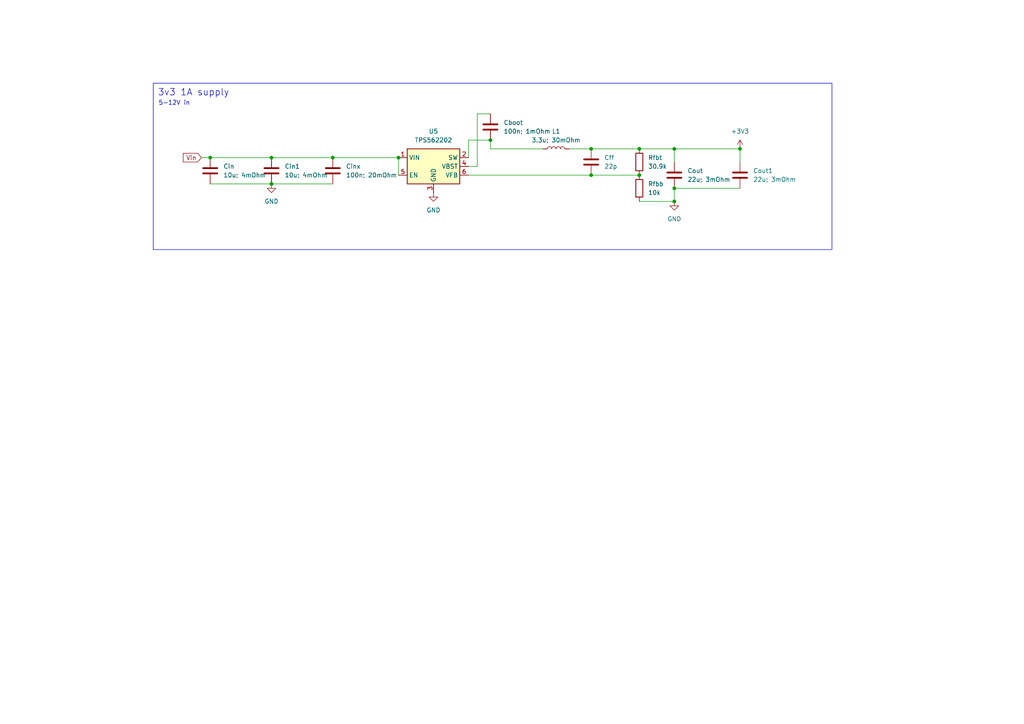
<source format=kicad_sch>
(kicad_sch (version 20250114) (generator "eeschema") (generator_version "9.0")
  (paper "A4")
  (lib_symbols
    (symbol "Device:C" (pin_numbers (hide yes)) (pin_names (offset 0.254))
      (property "Reference" "C" (at 0.635 2.54 0))
      (property "Value" "C" (at 0.635 -2.54 0))
      (symbol "C_0_1"
        (polyline (pts (xy -2.032 0.762) (xy 2.032 0.762)) (stroke (width 0.508)))
        (polyline (pts (xy -2.032 -0.762) (xy 2.032 -0.762)) (stroke (width 0.508)))
      )
      (symbol "C_1_1"
        (pin passive line (at 0 3.81 270) (length 2.794) (name "~") (number "1"))
        (pin passive line (at 0 -3.81 90) (length 2.794) (name "~") (number "2"))
      )
    )
    (symbol "Device:L" (pin_numbers (hide yes)) (pin_names (offset 1.016) (hide yes))
      (property "Reference" "L" (at -1.27 0 90))
      (property "Value" "L" (at 1.905 0 90))
      (symbol "L_0_1"
        (arc (start 0 2.54) (mid 0.6323 1.905) (end 0 1.27))
        (arc (start 0 1.27) (mid 0.6323 0.635) (end 0 0))
        (arc (start 0 0) (mid 0.6323 -0.635) (end 0 -1.27))
        (arc (start 0 -1.27) (mid 0.6323 -1.905) (end 0 -2.54))
      )
      (symbol "L_1_1"
        (pin passive line (at 0 3.81 270) (length 1.27) (name "1") (number "1"))
        (pin passive line (at 0 -3.81 90) (length 1.27) (name "2") (number "2"))
      )
    )
    (symbol "Device:R" (pin_numbers (hide yes)) (pin_names (offset 0))
      (property "Reference" "R" (at 2.032 0 90))
      (property "Value" "R" (at 0 0 90))
      (symbol "R_0_1"
        (rectangle (start -1.016 -2.54) (end 1.016 2.54) (stroke (width 0.254)))
      )
      (symbol "R_1_1"
        (pin passive line (at 0 3.81 270) (length 1.27) (name "~") (number "1"))
        (pin passive line (at 0 -3.81 90) (length 1.27) (name "~") (number "2"))
      )
    )
    (symbol "Regulator_Switching:TPS562202"
      (property "Reference" "U" (at -7.62 6.35 0))
      (property "Value" "TPS562202" (at -2.54 6.35 0))
      (symbol "TPS562202_0_1"
        (rectangle (start -7.62 5.08) (end 7.62 -5.08) (stroke (width 0.254)) (fill (type background)))
      )
      (symbol "TPS562202_1_1"
        (pin power_in line (at -10.16 2.54 0) (length 2.54) (name "VIN") (number "1"))
        (pin input line (at -10.16 -2.54 0) (length 2.54) (name "EN") (number "5"))
        (pin power_in line (at 0 -7.62 90) (length 2.54) (name "GND") (number "3"))
        (pin output line (at 10.16 2.54 180) (length 2.54) (name "SW") (number "2"))
        (pin passive line (at 10.16 0 180) (length 2.54) (name "VBST") (number "4"))
        (pin input line (at 10.16 -2.54 180) (length 2.54) (name "VFB") (number "6"))
      )
    )
    (symbol "power:+3V3" (power) (pin_numbers (hide yes)) (pin_names (offset 0) (hide yes))
      (property "Value" "+3V3" (at 0 3.556 0))
      (symbol "+3V3_0_1"
        (polyline (pts (xy -0.762 1.27) (xy 0 2.54)))
        (polyline (pts (xy 0 2.54) (xy 0.762 1.27)))
        (polyline (pts (xy 0 0) (xy 0 2.54)))
      )
      (symbol "+3V3_1_1"
        (pin power_in line (at 0 0 90) (length 0) (name "~") (number "1"))
      )
    )
    (symbol "power:GND" (power) (pin_numbers (hide yes)) (pin_names (offset 0) (hide yes))
      (property "Value" "GND" (at 0 -3.81 0))
      (symbol "GND_0_1"
        (polyline (pts (xy 0 0) (xy 0 -1.27) (xy 1.27 -1.27) (xy 0 -2.54) (xy -1.27 -1.27) (xy 0 -1.27)))
      )
      (symbol "GND_1_1"
        (pin power_in line (at 0 0 270) (length 0) (name "~") (number "1"))
      )
    )
  )
  (rectangle (start 44.45 24.13) (end 241.3 72.39))
  (text "5-12V in" (at 50.546 29.972 0) (effects (font (size 1.27 1.27))))
  (text "3v3 1A supply" (at 56.134 26.924 0) (effects (font (size 1.905 1.905))))
  (junction (at 195.58 54.61))
  (junction (at 78.74 53.34))
  (junction (at 195.58 58.42))
  (junction (at 96.52 45.72))
  (junction (at 115.57 45.72))
  (junction (at 78.74 45.72))
  (junction (at 171.45 43.18))
  (junction (at 185.42 50.8))
  (junction (at 171.45 50.8))
  (junction (at 142.24 40.64))
  (junction (at 214.63 43.18))
  (junction (at 185.42 43.18))
  (junction (at 60.96 45.72))
  (junction (at 195.58 43.18))
  (wire (pts (xy 195.58 46.99) (xy 195.58 43.18)))
  (wire (pts (xy 58.42 45.72) (xy 60.96 45.72)))
  (wire (pts (xy 171.45 50.8) (xy 185.42 50.8)))
  (wire (pts (xy 115.57 45.72) (xy 115.57 50.8)))
  (wire (pts (xy 60.96 53.34) (xy 78.74 53.34)))
  (wire (pts (xy 195.58 54.61) (xy 195.58 58.42)))
  (wire (pts (xy 135.89 45.72) (xy 135.89 40.64)))
  (wire (pts (xy 135.89 48.26) (xy 138.43 48.26)))
  (wire (pts (xy 195.58 54.61) (xy 214.63 54.61)))
  (wire (pts (xy 185.42 58.42) (xy 195.58 58.42)))
  (wire (pts (xy 142.24 40.64) (xy 142.24 43.18)))
  (wire (pts (xy 171.45 43.18) (xy 185.42 43.18)))
  (wire (pts (xy 195.58 43.18) (xy 214.63 43.18)))
  (wire (pts (xy 78.74 45.72) (xy 96.52 45.72)))
  (wire (pts (xy 96.52 45.72) (xy 115.57 45.72)))
  (wire (pts (xy 157.48 43.18) (xy 142.24 43.18)))
  (wire (pts (xy 185.42 43.18) (xy 195.58 43.18)))
  (wire (pts (xy 135.89 40.64) (xy 142.24 40.64)))
  (wire (pts (xy 214.63 46.99) (xy 214.63 43.18)))
  (wire (pts (xy 135.89 50.8) (xy 171.45 50.8)))
  (wire (pts (xy 138.43 33.02) (xy 142.24 33.02)))
  (wire (pts (xy 165.1 43.18) (xy 171.45 43.18)))
  (wire (pts (xy 138.43 48.26) (xy 138.43 33.02)))
  (wire (pts (xy 60.96 45.72) (xy 78.74 45.72)))
  (wire (pts (xy 78.74 53.34) (xy 96.52 53.34)))
  (global_label "Vin" (shape input) (at 58.42 45.72 180) (property "Intersheetrefs" "${INTERSHEET_REFS}" (effects (hide yes))))
  (symbol (lib_id "power:GND") (at 195.58 58.42 0) (unit 1)
    (property "Reference" "#PWR03" (effects (hide yes)))
    (property "Value" "GND" (at 195.58 63.5 0))
    (property "Description" "Power symbol creates a global label with name \"GND\" , ground" (effects (hide yes)))
  )
  (symbol (lib_id "Device:C") (at 171.45 46.99 0) (unit 1)
    (property "Reference" "Cff" (at 175.26 45.7199 0) (effects (justify left)))
    (property "Value" "22p" (at 175.26 48.2599 0) (effects (justify left)))
    (property "Description" "Unpolarized capacitor" (effects (hide yes)))
  )
  (symbol (lib_id "Device:C") (at 195.58 50.8 0) (unit 1)
    (property "Reference" "Cout" (at 199.39 49.5299 0) (effects (justify left)))
    (property "Value" "22u; 3mOhm" (at 199.39 52.0699 0) (effects (justify left)))
    (property "Description" "Unpolarized capacitor" (effects (hide yes)))
  )
  (symbol (lib_id "Device:C") (at 142.24 36.83 0) (unit 1)
    (property "Reference" "Cboot" (at 146.05 35.5599 0) (effects (justify left)))
    (property "Value" "100n; 1mOhm" (at 146.05 38.0999 0) (effects (justify left)))
    (property "Description" "Unpolarized capacitor" (effects (hide yes)))
  )
  (symbol (lib_id "Device:L") (at 161.29 43.18 90) (unit 1)
    (property "Reference" "L1" (at 161.29 38.1 90))
    (property "Value" "3.3u; 30mOhm" (at 161.29 40.64 90))
    (property "Description" "Inductor" (effects (hide yes)))
  )
  (symbol (lib_id "power:+3V3") (at 214.63 43.18 0) (unit 1)
    (property "Reference" "#PWR04" (effects (hide yes)))
    (property "Value" "+3V3" (at 214.63 38.1 0))
    (property "Description" "Power symbol creates a global label with name \"+3V3\"" (effects (hide yes)))
  )
  (symbol (lib_id "Device:C") (at 60.96 49.53 0) (unit 1)
    (property "Reference" "Cin" (at 64.77 48.2599 0) (effects (justify left)))
    (property "Value" "10u; 4mOhm" (at 64.77 50.7999 0) (effects (justify left)))
    (property "Description" "Unpolarized capacitor" (effects (hide yes)))
  )
  (symbol (lib_id "power:GND") (at 125.73 55.88 0) (unit 1)
    (property "Reference" "#PWR02" (effects (hide yes)))
    (property "Value" "GND" (at 125.73 60.96 0))
    (property "Description" "Power symbol creates a global label with name \"GND\" , ground" (effects (hide yes)))
  )
  (symbol (lib_id "Device:C") (at 214.63 50.8 0) (unit 1)
    (property "Reference" "Cout1" (at 218.44 49.5299 0) (effects (justify left)))
    (property "Value" "22u; 3mOhm" (at 218.44 52.0699 0) (effects (justify left)))
    (property "Description" "Unpolarized capacitor" (effects (hide yes)))
  )
  (symbol (lib_id "power:GND") (at 78.74 53.34 0) (unit 1)
    (property "Reference" "#PWR01" (effects (hide yes)))
    (property "Value" "GND" (at 78.74 58.42 0))
    (property "Description" "Power symbol creates a global label with name \"GND\" , ground" (effects (hide yes)))
  )
  (symbol (lib_id "Device:C") (at 96.52 49.53 0) (unit 1)
    (property "Reference" "Cinx" (at 100.33 48.2599 0) (effects (justify left)))
    (property "Value" "100n; 20mOhm" (at 100.33 50.7999 0) (effects (justify left)))
    (property "Description" "Unpolarized capacitor" (effects (hide yes)))
  )
  (symbol (lib_id "Device:R") (at 185.42 54.61 0) (unit 1)
    (property "Reference" "Rfbb" (at 187.96 53.3399 0) (effects (justify left)))
    (property "Value" "10k" (at 187.96 55.8799 0) (effects (justify left)))
    (property "Description" "Resistor" (effects (hide yes)))
  )
  (symbol (lib_id "Device:R") (at 185.42 46.99 0) (unit 1)
    (property "Reference" "Rfbt" (at 187.96 45.7199 0) (effects (justify left)))
    (property "Value" "30.9k" (at 187.96 48.2599 0) (effects (justify left)))
    (property "Description" "Resistor" (effects (hide yes)))
  )
  (symbol (lib_id "Device:C") (at 78.74 49.53 0) (unit 1)
    (property "Reference" "Cin1" (at 82.55 48.2599 0) (effects (justify left)))
    (property "Value" "10u; 4mOhm" (at 82.55 50.7999 0) (effects (justify left)))
    (property "Description" "Unpolarized capacitor" (effects (hide yes)))
  )
  (symbol (lib_id "Regulator_Switching:TPS562202") (at 125.73 48.26 0) (unit 1)
    (property "Reference" "U5" (at 125.73 38.1 0))
    (property "Value" "TPS562202" (at 125.73 40.64 0))
    (property "Footprint" "Package_TO_SOT_SMD:SOT-563" (effects (hide yes)))
    (property "Datasheet" "https://www.ti.com/lit/gpn/tps562202" (effects (hide yes)))
    (property "Description" "2A Synchronous Step-Down Voltage Regulator 580kHz, adjustable output voltage, 4.5-17V Input Voltage, 0.804V-7V Output Voltage, SOT-563" (effects (hide yes)))
  )
)
</source>
